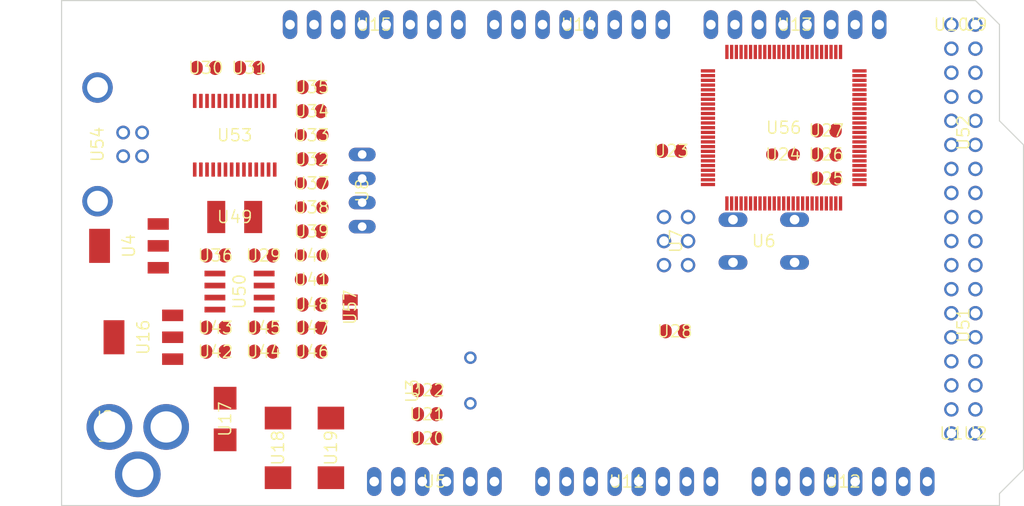
<source format=kicad_pcb>
(kicad_pcb (version 20221018) (generator pcbnew)
  (layers (0 "F.Cu" signal "Top") (31 "B.Cu" signal "Bottom") (34 "B.Paste" user) (35 "F.Paste" user) (36 "B.SilkS" user "B.Silkscreen") (37 "F.SilkS" user "F.Silkscreen") (38 "B.Mask" user) (39 "F.Mask" user) (44 "Edge.Cuts" user))
  (net 0 "")
  (net 1 "+5V")
  (net 2 "GND")
  (net 3 "N$6")
  (net 4 "N$7")
  (net 5 "AREF")
  (net 6 "RESET")
  (net 7 "VIN")
  (net 8 "N$3")
  (net 9 "PWRIN")
  (net 10 "M8RXD")
  (net 11 "M8TXD")
  (net 12 "ADC0")
  (net 13 "ADC2")
  (net 14 "ADC1")
  (net 15 "ADC3")
  (net 16 "ADC4")
  (net 17 "ADC5")
  (net 18 "ADC6")
  (net 19 "ADC7")
  (net 20 "+3V3")
  (net 21 "SDA")
  (net 22 "SCL")
  (net 23 "ADC9")
  (net 24 "ADC8")
  (net 25 "ADC10")
  (net 26 "ADC11")
  (net 27 "ADC12")
  (net 28 "ADC13")
  (net 29 "ADC14")
  (net 30 "ADC15")
  (net 31 "PB3")
  (net 32 "PB2")
  (net 33 "PB1")
  (net 34 "PB5")
  (net 35 "PB4")
  (net 36 "PE5")
  (net 37 "PE4")
  (net 38 "PE3")
  (net 39 "PE1")
  (net 40 "PE0")
  (net 41 "N$15")
  (net 42 "N$53")
  (net 43 "N$54")
  (net 44 "N$55")
  (net 45 "D-")
  (net 46 "D+")
  (net 47 "N$60")
  (net 48 "DTR")
  (net 49 "USBVCC")
  (net 50 "N$2")
  (net 51 "N$4")
  (net 52 "GATE_CMD")
  (net 53 "CMP")
  (net 54 "PB6")
  (net 55 "PH3")
  (net 56 "PH4")
  (net 57 "PH5")
  (net 58 "PH6")
  (net 59 "PG5")
  (net 60 "RXD1")
  (net 61 "TXD1")
  (net 62 "RXD2")
  (net 63 "RXD3")
  (net 64 "TXD2")
  (net 65 "TXD3")
  (net 66 "PC0")
  (net 67 "PC1")
  (net 68 "PC2")
  (net 69 "PC3")
  (net 70 "PC4")
  (net 71 "PC5")
  (net 72 "PC6")
  (net 73 "PC7")
  (net 74 "PB0")
  (net 75 "PG0")
  (net 76 "PG1")
  (net 77 "PG2")
  (net 78 "PD7")
  (net 79 "PA0")
  (net 80 "PA1")
  (net 81 "PA2")
  (net 82 "PA3")
  (net 83 "PA4")
  (net 84 "PA5")
  (net 85 "PA6")
  (net 86 "PA7")
  (net 87 "PL0")
  (net 88 "PL1")
  (net 89 "PL2")
  (net 90 "PL3")
  (net 91 "PL4")
  (net 92 "PL5")
  (net 93 "PL6")
  (net 94 "PL7")
  (net 95 "PB7")
  (net 96 "CTS")
  (net 97 "DSR")
  (net 98 "DCD")
  (net 99 "RI")
  (footprint "Arduino_MEGA_Reference_Design:2X03" (layer "F.Cu") (at 162.5981 103.7336 -90)
    (fp_text reference "U7")
    (fp_text value "")
  )
  (footprint "Arduino_MEGA_Reference_Design:1X08" (layer "F.Cu") (at 152.3111 80.8736 180)
    (fp_text reference "U14")
    (fp_text value "")
  )
  (footprint "Arduino_MEGA_Reference_Design:1X08" (layer "F.Cu") (at 130.7211 80.8736 180)
    (fp_text reference "U15")
    (fp_text value "")
  )
  (footprint "Arduino_MEGA_Reference_Design:SMC_D" (layer "F.Cu") (at 120.5611 125.5776 -90)
    (fp_text reference "U18")
    (fp_text value "")
  )
  (footprint "Arduino_MEGA_Reference_Design:SMC_D" (layer "F.Cu") (at 126.1491 125.5776 -90)
    (fp_text reference "U19")
    (fp_text value "")
  )
  (footprint "Arduino_MEGA_Reference_Design:B3F-10XX" (layer "F.Cu") (at 171.8691 103.7336 180)
    (fp_text reference "U6")
    (fp_text value "")
  )
  (footprint "Arduino_MEGA_Reference_Design:0805RND" (layer "F.Cu") (at 173.9011 94.5896 180)
    (fp_text reference "U24")
    (fp_text value "")
  )
  (footprint "Arduino_MEGA_Reference_Design:SMB" (layer "F.Cu") (at 114.9731 122.5296 -90)
    (fp_text reference "U17")
    (fp_text value "")
  )
  (footprint "Arduino_MEGA_Reference_Design:DC-21MM" (layer "F.Cu") (at 103.0351 123.2916 90)
    (fp_text reference "U55")
    (fp_text value "")
  )
  (footprint "Arduino_MEGA_Reference_Design:HC49_S" (layer "F.Cu") (at 140.8811 118.4656 90)
    (fp_text reference "U3")
    (fp_text value "")
  )
  (footprint "Arduino_MEGA_Reference_Design:SOT223" (layer "F.Cu") (at 106.3371 113.8936 90)
    (fp_text reference "U16")
    (fp_text value "")
  )
  (footprint "Arduino_MEGA_Reference_Design:1X06" (layer "F.Cu") (at 137.0711 129.1336)
    (fp_text reference "U5")
    (fp_text value "")
  )
  (footprint "Arduino_MEGA_Reference_Design:C0805RND" (layer "F.Cu") (at 124.1171 87.4776)
    (fp_text reference "U35")
    (fp_text value "")
  )
  (footprint "Arduino_MEGA_Reference_Design:C0805RND" (layer "F.Cu") (at 162.4711 113.2586)
    (fp_text reference "U28")
    (fp_text value "")
  )
  (footprint "Arduino_MEGA_Reference_Design:C0805RND" (layer "F.Cu") (at 136.3091 122.0216)
    (fp_text reference "U21")
    (fp_text value "")
  )
  (footprint "Arduino_MEGA_Reference_Design:C0805RND" (layer "F.Cu") (at 136.3091 119.4816)
    (fp_text reference "U22")
    (fp_text value "")
  )
  (footprint "Arduino_MEGA_Reference_Design:C0805RND" (layer "F.Cu") (at 113.9571 112.8776)
    (fp_text reference "U43")
    (fp_text value "")
  )
  (footprint "Arduino_MEGA_Reference_Design:RCL_0805RND" (layer "F.Cu") (at 124.1171 105.2576)
    (fp_text reference "U40")
    (fp_text value "")
  )
  (footprint "Arduino_MEGA_Reference_Design:RCL_0805RND" (layer "F.Cu") (at 124.1171 107.7976)
    (fp_text reference "U41")
    (fp_text value "")
  )
  (footprint "Arduino_MEGA_Reference_Design:1X08" (layer "F.Cu") (at 157.3911 129.1336)
    (fp_text reference "U11")
    (fp_text value "")
  )
  (footprint "Arduino_MEGA_Reference_Design:1X08" (layer "F.Cu") (at 175.1711 80.8736 180)
    (fp_text reference "U13")
    (fp_text value "")
  )
  (footprint "Arduino_MEGA_Reference_Design:R0805RND" (layer "F.Cu") (at 178.4731 94.5896 180)
    (fp_text reference "U26")
    (fp_text value "")
  )
  (footprint "Arduino_MEGA_Reference_Design:R0805RND" (layer "F.Cu") (at 178.4731 92.0496 180)
    (fp_text reference "U27")
    (fp_text value "")
  )
  (footprint "Arduino_MEGA_Reference_Design:TQFP100" (layer "F.Cu") (at 173.9730987548828 91.76031494140625 0)
    (fp_text reference "U56")
    (fp_text value "")
  )
  (footprint "Arduino_MEGA_Reference_Design:C0805RND" (layer "F.Cu") (at 162.0901 94.2086 180)
    (fp_text reference "U23")
    (fp_text value "")
  )
  (footprint "Arduino_MEGA_Reference_Design:C0805RND" (layer "F.Cu") (at 136.3091 124.5616)
    (fp_text reference "U20")
    (fp_text value "")
  )
  (footprint "Arduino_MEGA_Reference_Design:1X08" (layer "F.Cu") (at 180.2511 129.1336)
    (fp_text reference "U12")
    (fp_text value "")
  )
  (footprint "Arduino_MEGA_Reference_Design:R0805RND" (layer "F.Cu") (at 124.1171 112.8776)
    (fp_text reference "U47")
    (fp_text value "")
  )
  (footprint "Arduino_MEGA_Reference_Design:C0805RND" (layer "F.Cu") (at 124.1171 115.4176)
    (fp_text reference "U46")
    (fp_text value "")
  )
  (footprint "Arduino_MEGA_Reference_Design:C0805RND" (layer "F.Cu") (at 113.9571 105.2576)
    (fp_text reference "U36")
    (fp_text value "")
  )
  (footprint "Arduino_MEGA_Reference_Design:C0805RND" (layer "F.Cu") (at 112.9411 85.4456)
    (fp_text reference "U30")
    (fp_text value "")
  )
  (footprint "Arduino_MEGA_Reference_Design:0805RND" (layer "F.Cu") (at 124.1171 100.1776 180)
    (fp_text reference "U38")
    (fp_text value "")
  )
  (footprint "Arduino_MEGA_Reference_Design:0805RND" (layer "F.Cu") (at 124.1171 97.6376 180)
    (fp_text reference "U37")
    (fp_text value "")
  )
  (footprint "Arduino_MEGA_Reference_Design:R0805RND" (layer "F.Cu") (at 124.1171 95.0976)
    (fp_text reference "U32")
    (fp_text value "")
  )
  (footprint "Arduino_MEGA_Reference_Design:R0805RND" (layer "F.Cu") (at 124.1171 102.7176)
    (fp_text reference "U39")
    (fp_text value "")
  )
  (footprint "Arduino_MEGA_Reference_Design:SSOP28" (layer "F.Cu") (at 115.9891 92.5576)
    (fp_text reference "U53")
    (fp_text value "")
  )
  (footprint "Arduino_MEGA_Reference_Design:PN61729" (layer "F.Cu") (at 98.9584 93.5228 -90)
    (fp_text reference "U54")
    (fp_text value "")
  )
  (footprint "Arduino_MEGA_Reference_Design:L1812" (layer "F.Cu") (at 115.9891 101.1936)
    (fp_text reference "U49")
    (fp_text value "")
  )
  (footprint "Arduino_MEGA_Reference_Design:C0805RND" (layer "F.Cu") (at 117.5131 85.4456)
    (fp_text reference "U31")
    (fp_text value "")
  )
  (footprint "Arduino_MEGA_Reference_Design:0805RND" (layer "F.Cu") (at 124.1171 92.5576 180)
    (fp_text reference "U33")
    (fp_text value "")
  )
  (footprint "Arduino_MEGA_Reference_Design:R0805RND" (layer "F.Cu") (at 124.1171 90.0176 180)
    (fp_text reference "U34")
    (fp_text value "")
  )
  (footprint "Arduino_MEGA_Reference_Design:C0805RND" (layer "F.Cu") (at 124.1171 110.4392 180)
    (fp_text reference "U48")
    (fp_text value "")
  )
  (footprint "Arduino_MEGA_Reference_Design:SOT223" (layer "F.Cu") (at 104.8131 104.2416 90)
    (fp_text reference "U4")
    (fp_text value "")
  )
  (footprint "Arduino_MEGA_Reference_Design:SO08" (layer "F.Cu") (at 116.4971 109.0676 -90)
    (fp_text reference "U50")
    (fp_text value "")
  )
  (footprint "Arduino_MEGA_Reference_Design:R0805RND" (layer "F.Cu") (at 113.9571 115.4176 180)
    (fp_text reference "U42")
    (fp_text value "")
  )
  (footprint "Arduino_MEGA_Reference_Design:R0805RND" (layer "F.Cu") (at 119.0371 112.8776 180)
    (fp_text reference "U45")
    (fp_text value "")
  )
  (footprint "Arduino_MEGA_Reference_Design:C0805RND" (layer "F.Cu") (at 119.0371 115.4176 180)
    (fp_text reference "U44")
    (fp_text value "")
  )
  (footprint "Arduino_MEGA_Reference_Design:C0805RND" (layer "F.Cu") (at 119.0371 105.2576)
    (fp_text reference "U29")
    (fp_text value "")
  )
  (footprint "Arduino_MEGA_Reference_Design:2X08" (layer "F.Cu") (at 192.9511 92.3036 90)
    (fp_text reference "U52")
    (fp_text value "")
  )
  (footprint "Arduino_MEGA_Reference_Design:2X08" (layer "F.Cu") (at 192.9511 112.6236 90)
    (fp_text reference "U51")
    (fp_text value "")
  )
  (footprint "Arduino_MEGA_Reference_Design:R0805RND" (layer "F.Cu") (at 178.4731 97.1296 180)
    (fp_text reference "U25")
    (fp_text value "")
  )
  (footprint "Arduino_MEGA_Reference_Design:1X01" (layer "F.Cu") (at 191.6811 80.8736)
    (fp_text reference "U10")
    (fp_text value "")
  )
  (footprint "Arduino_MEGA_Reference_Design:1X01" (layer "F.Cu") (at 194.2211 80.8736)
    (fp_text reference "U9")
    (fp_text value "")
  )
  (footprint "Arduino_MEGA_Reference_Design:1X01" (layer "F.Cu") (at 191.6811 124.0536)
    (fp_text reference "U1")
    (fp_text value "")
  )
  (footprint "Arduino_MEGA_Reference_Design:1X01" (layer "F.Cu") (at 194.2211 124.0536)
    (fp_text reference "U2")
    (fp_text value "")
  )
  (footprint "Arduino_MEGA_Reference_Design:SJ" (layer "F.Cu") (at 128.1811 110.7186 -90)
    (fp_text reference "U57")
    (fp_text value "")
  )
  (footprint "Arduino_MEGA_Reference_Design:JP4" (layer "F.Cu") (at 129.4511 98.3996 -90)
    (fp_text reference "U8")
    (fp_text value "")
  )
  (gr_line (start 196.7611 80.8736) (end 196.7611 91.0336) (layer "Edge.Cuts") (width 0.12))
  (gr_line (start 196.7611 130.4036) (end 196.7611 131.6736) (layer "Edge.Cuts") (width 0.12))
  (gr_line (start 194.2211 78.3336) (end 196.7611 80.8736) (layer "Edge.Cuts") (width 0.12))
  (gr_line (start 97.7011 78.3336) (end 194.2211 78.3336) (layer "Edge.Cuts") (width 0.12))
  (gr_line (start 196.7611 91.0336) (end 199.3011 93.5736) (layer "Edge.Cuts") (width 0.12))
  (gr_line (start 97.7011 131.6736) (end 97.7011 78.3336) (layer "Edge.Cuts") (width 0.12))
  (gr_line (start 196.7611 131.6736) (end 97.7011 131.6736) (layer "Edge.Cuts") (width 0.12))
  (gr_line (start 199.3011 93.5736) (end 199.3011 127.8636) (layer "Edge.Cuts") (width 0.12))
  (gr_line (start 199.3011 127.8636) (end 196.7611 130.4036) (layer "Edge.Cuts") (width 0.12))
)
</source>
